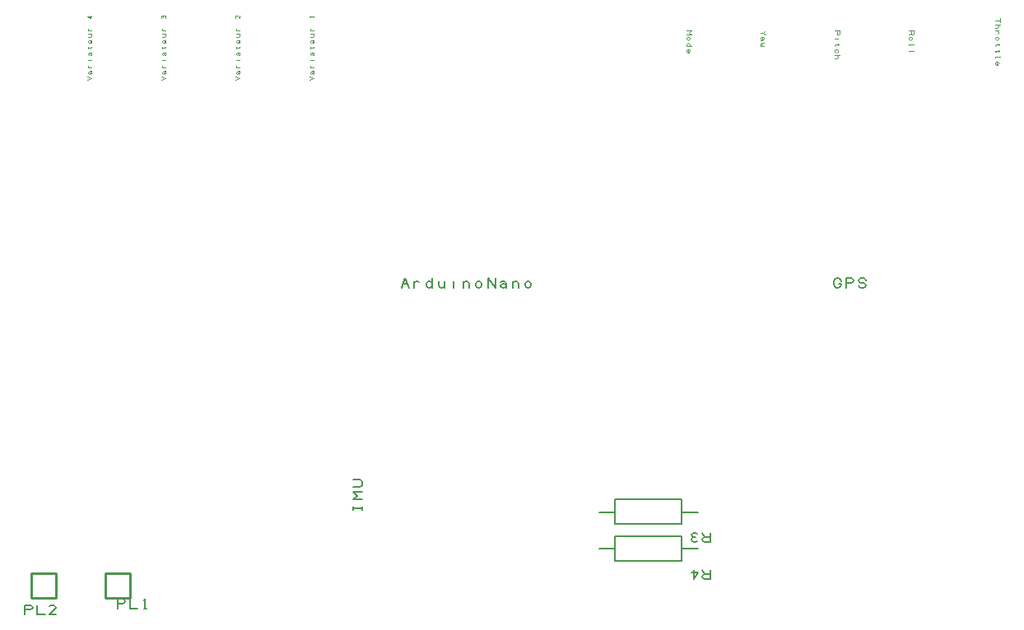
<source format=gbr>
%FSLAX23Y23*%
%MOIN*%
G04 EasyPC Gerber Version 17.0 Build 3379 *
%ADD10C,0.00100*%
%ADD11C,0.00500*%
%ADD12C,0.00800*%
%ADD13C,0.01000*%
X0Y0D02*
D02*
D10*
X529Y2253D02*
X548Y2260D01*
X529Y2268*
X537Y2278D02*
X535Y2281D01*
Y2285*
X537Y2288*
X540Y2290*
X545*
X546Y2288*
X548Y2285*
Y2282*
X546Y2279*
X545Y2278*
X543*
X542Y2279*
X540Y2282*
Y2285*
X542Y2288*
X543Y2290*
X545D02*
X548D01*
Y2303D02*
X535D01*
X540D02*
X537Y2304D01*
X535Y2307*
Y2310*
X537Y2313*
X548Y2334D02*
X535D01*
X531D02*
X537Y2353*
X535Y2356D01*
Y2360*
X537Y2363*
X540Y2365*
X545*
X546Y2363*
X548Y2360*
Y2357*
X546Y2354*
X545Y2353*
X543*
X542Y2354*
X540Y2357*
Y2360*
X542Y2363*
X543Y2365*
X545D02*
X548D01*
X535Y2381D02*
Y2387D01*
X532Y2384D02*
X546D01*
X548Y2385*
Y2387*
X546Y2388*
Y2415D02*
X548Y2413D01*
Y2410*
Y2407*
X546Y2404*
X543Y2403*
X538*
X537Y2404*
X535Y2407*
Y2410*
X537Y2413*
X538Y2415*
X540*
X542Y2413*
X543Y2410*
Y2407*
X542Y2404*
X540Y2403*
X535Y2428D02*
X543D01*
X546Y2429*
X548Y2432*
Y2435*
X546Y2438*
X543Y2440*
X535D02*
X548D01*
Y2453D02*
X535D01*
X540D02*
X537Y2454D01*
X535Y2457*
Y2460*
X537Y2463*
X548Y2510D02*
X529D01*
X542Y2503*
Y2515*
X829Y2253D02*
X848Y2260D01*
X829Y2268*
X837Y2278D02*
X835Y2281D01*
Y2285*
X837Y2288*
X840Y2290*
X845*
X846Y2288*
X848Y2285*
Y2282*
X846Y2279*
X845Y2278*
X843*
X842Y2279*
X840Y2282*
Y2285*
X842Y2288*
X843Y2290*
X845D02*
X848D01*
Y2303D02*
X835D01*
X840D02*
X837Y2304D01*
X835Y2307*
Y2310*
X837Y2313*
X848Y2334D02*
X835D01*
X831D02*
X837Y2353*
X835Y2356D01*
Y2360*
X837Y2363*
X840Y2365*
X845*
X846Y2363*
X848Y2360*
Y2357*
X846Y2354*
X845Y2353*
X843*
X842Y2354*
X840Y2357*
Y2360*
X842Y2363*
X843Y2365*
X845D02*
X848D01*
X835Y2381D02*
Y2387D01*
X832Y2384D02*
X846D01*
X848Y2385*
Y2387*
X846Y2388*
Y2415D02*
X848Y2413D01*
Y2410*
Y2407*
X846Y2404*
X843Y2403*
X838*
X837Y2404*
X835Y2407*
Y2410*
X837Y2413*
X838Y2415*
X840*
X842Y2413*
X843Y2410*
Y2407*
X842Y2404*
X840Y2403*
X835Y2428D02*
X843D01*
X846Y2429*
X848Y2432*
Y2435*
X846Y2438*
X843Y2440*
X835D02*
X848D01*
Y2453D02*
X835D01*
X840D02*
X837Y2454D01*
X835Y2457*
Y2460*
X837Y2463*
X846Y2504D02*
X848Y2507D01*
Y2510*
X846Y2513*
X843Y2515*
X840Y2513*
X838Y2510*
Y2507*
Y2510D02*
X837Y2513D01*
X834Y2515*
X831Y2513*
X829Y2510*
Y2507*
X831Y2504*
X1129Y2253D02*
X1148Y2260D01*
X1129Y2268*
X1137Y2278D02*
X1135Y2281D01*
Y2285*
X1137Y2288*
X1140Y2290*
X1145*
X1146Y2288*
X1148Y2285*
Y2282*
X1146Y2279*
X1145Y2278*
X1143*
X1142Y2279*
X1140Y2282*
Y2285*
X1142Y2288*
X1143Y2290*
X1145D02*
X1148D01*
Y2303D02*
X1135D01*
X1140D02*
X1137Y2304D01*
X1135Y2307*
Y2310*
X1137Y2313*
X1148Y2334D02*
X1135D01*
X1131D02*
X1137Y2353*
X1135Y2356D01*
Y2360*
X1137Y2363*
X1140Y2365*
X1145*
X1146Y2363*
X1148Y2360*
Y2357*
X1146Y2354*
X1145Y2353*
X1143*
X1142Y2354*
X1140Y2357*
Y2360*
X1142Y2363*
X1143Y2365*
X1145D02*
X1148D01*
X1135Y2381D02*
Y2387D01*
X1132Y2384D02*
X1146D01*
X1148Y2385*
Y2387*
X1146Y2388*
Y2415D02*
X1148Y2413D01*
Y2410*
Y2407*
X1146Y2404*
X1143Y2403*
X1138*
X1137Y2404*
X1135Y2407*
Y2410*
X1137Y2413*
X1138Y2415*
X1140*
X1142Y2413*
X1143Y2410*
Y2407*
X1142Y2404*
X1140Y2403*
X1135Y2428D02*
X1143D01*
X1146Y2429*
X1148Y2432*
Y2435*
X1146Y2438*
X1143Y2440*
X1135D02*
X1148D01*
Y2453D02*
X1135D01*
X1140D02*
X1137Y2454D01*
X1135Y2457*
Y2460*
X1137Y2463*
X1148Y2515D02*
Y2503D01*
X1137Y2513*
X1134Y2515*
X1131Y2513*
X1129Y2510*
Y2506*
X1131Y2503*
X1429Y2253D02*
X1448Y2260D01*
X1429Y2268*
X1437Y2278D02*
X1435Y2281D01*
Y2285*
X1437Y2288*
X1440Y2290*
X1445*
X1446Y2288*
X1448Y2285*
Y2282*
X1446Y2279*
X1445Y2278*
X1443*
X1442Y2279*
X1440Y2282*
Y2285*
X1442Y2288*
X1443Y2290*
X1445D02*
X1448D01*
Y2303D02*
X1435D01*
X1440D02*
X1437Y2304D01*
X1435Y2307*
Y2310*
X1437Y2313*
X1448Y2334D02*
X1435D01*
X1431D02*
X1437Y2353*
X1435Y2356D01*
Y2360*
X1437Y2363*
X1440Y2365*
X1445*
X1446Y2363*
X1448Y2360*
Y2357*
X1446Y2354*
X1445Y2353*
X1443*
X1442Y2354*
X1440Y2357*
Y2360*
X1442Y2363*
X1443Y2365*
X1445D02*
X1448D01*
X1435Y2381D02*
Y2387D01*
X1432Y2384D02*
X1446D01*
X1448Y2385*
Y2387*
X1446Y2388*
Y2415D02*
X1448Y2413D01*
Y2410*
Y2407*
X1446Y2404*
X1443Y2403*
X1438*
X1437Y2404*
X1435Y2407*
Y2410*
X1437Y2413*
X1438Y2415*
X1440*
X1442Y2413*
X1443Y2410*
Y2407*
X1442Y2404*
X1440Y2403*
X1435Y2428D02*
X1443D01*
X1446Y2429*
X1448Y2432*
Y2435*
X1446Y2438*
X1443Y2440*
X1435D02*
X1448D01*
Y2453D02*
X1435D01*
X1440D02*
X1437Y2454D01*
X1435Y2457*
Y2460*
X1437Y2463*
X1448Y2506D02*
Y2512D01*
Y2509D02*
X1429D01*
X1432Y2506*
X2957Y2453D02*
X2976D01*
X2967Y2445*
X2976Y2437*
X2957*
X2962Y2428D02*
X2959Y2426D01*
X2957Y2423*
Y2420*
X2959Y2417*
X2962Y2415*
X2965*
X2968Y2417*
X2970Y2420*
Y2423*
X2968Y2426*
X2965Y2428*
X2962*
X2965Y2390D02*
X2968Y2392D01*
X2970Y2395*
Y2398*
X2968Y2401*
X2965Y2403*
X2962*
X2959Y2401*
X2957Y2398*
Y2395*
X2959Y2392*
X2962Y2390*
X2957D02*
X2976D01*
X2959Y2365D02*
X2957Y2367D01*
Y2370*
Y2373*
X2959Y2376*
X2962Y2378*
X2967*
X2968Y2376*
X2970Y2373*
Y2370*
X2968Y2367*
X2967Y2365*
X2965*
X2963Y2367*
X2962Y2370*
Y2373*
X2963Y2376*
X2965Y2378*
X3257Y2445D02*
X3267D01*
X3276Y2453*
X3267Y2445D02*
X3276Y2437D01*
X3268Y2428D02*
X3270Y2424D01*
Y2420*
X3268Y2417*
X3265Y2415*
X3260*
X3259Y2417*
X3257Y2420*
Y2423*
X3259Y2426*
X3260Y2428*
X3262*
X3263Y2426*
X3265Y2423*
Y2420*
X3263Y2417*
X3262Y2415*
X3260D02*
X3257D01*
X3270Y2403D02*
X3259D01*
X3257Y2401*
Y2398*
X3259Y2396*
X3263*
X3259D02*
X3257Y2395D01*
Y2392*
X3259Y2390*
X3270*
X3557Y2453D02*
X3576D01*
Y2442*
X3574Y2438*
X3571Y2437*
X3568Y2438*
X3567Y2442*
Y2453*
X3557Y2421D02*
X3570D01*
X3574D02*
X3570Y2399*
Y2393D01*
X3573Y2396D02*
X3559D01*
X3557Y2395*
Y2393*
X3559Y2392*
X3568Y2365D02*
X3570Y2368D01*
Y2373*
X3568Y2376*
X3565Y2378*
X3562*
X3559Y2376*
X3557Y2373*
Y2368*
X3559Y2365*
X3557Y2353D02*
X3576D01*
X3565D02*
X3568Y2351D01*
X3570Y2348*
Y2345*
X3568Y2342*
X3565Y2340*
X3557*
X3857Y2453D02*
X3876D01*
Y2442*
X3874Y2438*
X3871Y2437*
X3868Y2438*
X3867Y2442*
Y2453*
Y2442D02*
X3857Y2437D01*
X3862Y2428D02*
X3859Y2426D01*
X3857Y2423*
Y2420*
X3859Y2417*
X3862Y2415*
X3865*
X3868Y2417*
X3870Y2420*
Y2423*
X3868Y2426*
X3865Y2428*
X3862*
X3857Y2395D02*
Y2396D01*
X3876*
X3857Y2370D02*
Y2371D01*
X3876*
X4207Y2495D02*
X4226D01*
Y2503D02*
Y2487D01*
X4207Y2478D02*
X4226D01*
X4215D02*
X4218Y2476D01*
X4220Y2473*
Y2470*
X4218Y2467*
X4215Y2465*
X4207*
Y2453D02*
X4220D01*
X4215D02*
X4218Y2451D01*
X4220Y2448*
Y2445*
X4218Y2442*
X4212Y2428D02*
X4209Y2426D01*
X4207Y2423*
Y2420*
X4209Y2417*
X4212Y2415*
X4215*
X4218Y2417*
X4220Y2420*
Y2423*
X4218Y2426*
X4215Y2428*
X4212*
X4220Y2399D02*
Y2393D01*
X4223Y2396D02*
X4209D01*
X4207Y2395*
Y2393*
X4209Y2392*
X4220Y2374D02*
Y2368D01*
X4223Y2371D02*
X4209D01*
X4207Y2370*
Y2368*
X4209Y2367*
X4207Y2345D02*
Y2346D01*
X4226*
X4209Y2315D02*
X4207Y2317D01*
Y2320*
Y2323*
X4209Y2326*
X4212Y2328*
X4217*
X4218Y2326*
X4220Y2323*
Y2320*
X4218Y2317*
X4217Y2315*
X4215*
X4213Y2317*
X4212Y2320*
Y2323*
X4213Y2326*
X4215Y2328*
D02*
D11*
X278Y87D02*
Y124D01*
X299*
X306Y121*
X309Y115*
X306Y109*
X299Y106*
X278*
X328Y124D02*
Y87D01*
X359*
X403D02*
X378D01*
X399Y109*
X403Y115*
X399Y121*
X393Y124*
X384*
X378Y121*
X653Y112D02*
Y149D01*
X674*
X681Y146*
X684Y140*
X681Y134*
X674Y131*
X653*
X703Y149D02*
Y112D01*
X734*
X759D02*
X771D01*
X765D02*
Y149D01*
X759Y143*
X1643Y512D02*
Y524D01*
Y518D02*
X1606D01*
Y512D02*
Y524D01*
X1643Y553D02*
X1606D01*
X1624Y568*
X1606Y584*
X1643*
X1606Y603D02*
X1634D01*
X1640Y606*
X1643Y612*
Y624*
X1640Y631*
X1634Y634*
X1606*
X1803Y1412D02*
X1818Y1449D01*
X1834Y1412*
X1809Y1428D02*
X1828D01*
X1853Y1412D02*
Y1437D01*
Y1428D02*
X1856Y1434D01*
X1862Y1437*
X1868*
X1874Y1434*
X1928Y1428D02*
X1924Y1434D01*
X1918Y1437*
X1912*
X1906Y1434*
X1903Y1428*
Y1421*
X1906Y1415*
X1912Y1412*
X1918*
X1924Y1415*
X1928Y1421*
Y1412D02*
Y1449D01*
X1953Y1437D02*
Y1421D01*
X1956Y1415*
X1962Y1412*
X1968*
X1974Y1415*
X1978Y1421*
Y1437D02*
Y1412D01*
X2015D02*
Y1437D01*
Y1446D02*
X2053Y1412*
Y1437D01*
Y1428D02*
X2056Y1434D01*
X2062Y1437*
X2068*
X2074Y1434*
X2078Y1428*
Y1412*
X2103Y1421D02*
X2106Y1415D01*
X2112Y1412*
X2118*
X2124Y1415*
X2128Y1421*
Y1428*
X2124Y1434*
X2118Y1437*
X2112*
X2106Y1434*
X2103Y1428*
Y1421*
X2153Y1412D02*
Y1449D01*
X2184Y1412*
Y1449*
X2203Y1434D02*
X2209Y1437D01*
X2218*
X2224Y1434*
X2228Y1428*
Y1418*
X2224Y1415*
X2218Y1412*
X2212*
X2206Y1415*
X2203Y1418*
Y1421*
X2206Y1424*
X2212Y1428*
X2218*
X2224Y1424*
X2228Y1421*
Y1418D02*
Y1412D01*
X2253D02*
Y1437D01*
Y1428D02*
X2256Y1434D01*
X2262Y1437*
X2268*
X2274Y1434*
X2278Y1428*
Y1412*
X2303Y1421D02*
X2306Y1415D01*
X2312Y1412*
X2318*
X2324Y1415*
X2328Y1421*
Y1428*
X2324Y1434*
X2318Y1437*
X2312*
X2306Y1434*
X2303Y1428*
Y1421*
X3052Y268D02*
Y231D01*
X3031*
X3024Y234*
X3021Y240*
X3024Y247*
X3031Y250*
X3052*
X3031D02*
X3021Y268D01*
X2987D02*
Y231D01*
X3002Y256*
X2977*
X3052Y418D02*
Y381D01*
X3031*
X3024Y384*
X3021Y390*
X3024Y397*
X3031Y400*
X3052*
X3031D02*
X3021Y418D01*
X2999Y415D02*
X2993Y418D01*
X2987*
X2981Y415*
X2977Y409*
X2981Y403*
X2987Y400*
X2993*
X2987D02*
X2981Y397D01*
X2977Y390*
X2981Y384*
X2987Y381*
X2993*
X2999Y384*
X3574Y1428D02*
X3584D01*
Y1424*
X3581Y1418*
X3578Y1415*
X3571Y1412*
X3565*
X3559Y1415*
X3556Y1418*
X3553Y1424*
Y1437*
X3556Y1443*
X3559Y1446*
X3565Y1449*
X3571*
X3578Y1446*
X3581Y1443*
X3584Y1437*
X3603Y1412D02*
Y1449D01*
X3624*
X3631Y1446*
X3634Y1440*
X3631Y1434*
X3624Y1431*
X3603*
X3653Y1421D02*
X3656Y1415D01*
X3662Y1412*
X3674*
X3681Y1415*
X3684Y1421*
X3681Y1428*
X3674Y1431*
X3662*
X3656Y1434*
X3653Y1440*
X3656Y1446*
X3662Y1449*
X3674*
X3681Y1446*
X3684Y1440*
D02*
D12*
X2603Y353D02*
X2668D01*
X2603Y502D02*
X2668D01*
X2938Y353D02*
X3003D01*
X2938Y403D02*
X2668D01*
Y303*
X2938*
Y403*
Y502D02*
X3003D01*
X2938Y553D02*
X2668D01*
Y453*
X2938*
Y553*
D02*
D13*
X303Y253D02*
Y153D01*
X403*
Y253*
X303*
X603D02*
Y153D01*
X703*
Y253*
X603*
X0Y0D02*
M02*

</source>
